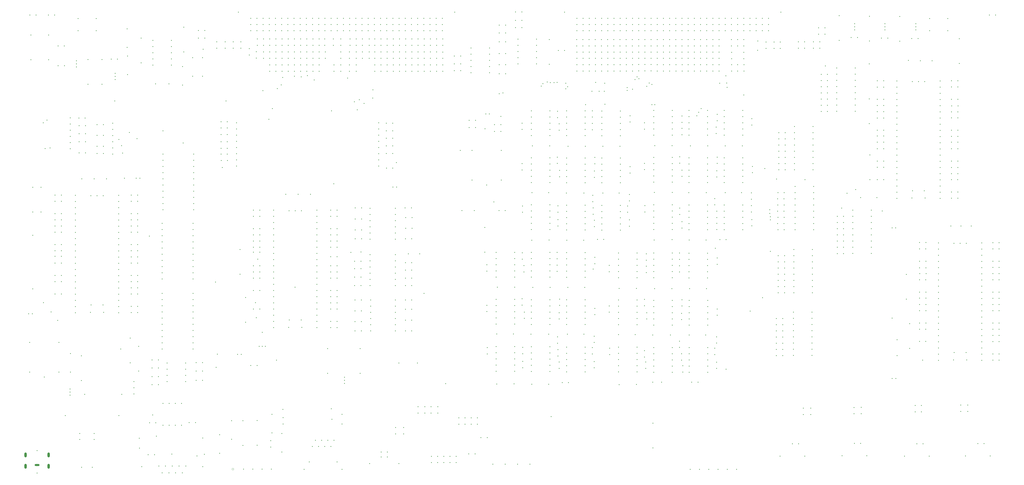
<source format=gbo>
%TF.GenerationSoftware,KiCad,Pcbnew,7.0.5*%
%TF.CreationDate,2023-08-08T11:05:50-04:00*%
%TF.ProjectId,Interconnect,496e7465-7263-46f6-9e6e-6563742e6b69,1.0*%
%TF.SameCoordinates,Original*%
%TF.FileFunction,Legend,Bot*%
%TF.FilePolarity,Positive*%
%FSLAX46Y46*%
G04 Gerber Fmt 4.6, Leading zero omitted, Abs format (unit mm)*
G04 Created by KiCad (PCBNEW 7.0.5) date 2023-08-08 11:05:50*
%MOMM*%
%LPD*%
G01*
G04 APERTURE LIST*
%ADD10C,0.120000*%
%ADD11C,0.350000*%
%ADD12O,1.000000X2.000000*%
%ADD13O,2.005555X0.800000*%
G04 APERTURE END LIST*
D10*
%TO.C,J23*%
X87871100Y3047000D02*
G75*
G03*
X87871100Y3047000I-381000J0D01*
G01*
%TD*%
D11*
X12389400Y135007465D03*
X11119400Y146437465D03*
X42147000Y132911865D03*
X48116000Y138880865D03*
X72753482Y8482000D03*
X194760000Y112830000D03*
X80353000Y79940865D03*
X81160000Y50270000D03*
X120887000Y163010865D03*
X118093000Y164788865D03*
X113010000Y77780000D03*
X115553000Y164280865D03*
X107933000Y164026865D03*
X107408818Y160962683D03*
X105780000Y159450000D03*
X10357400Y134753465D03*
X9538848Y145364913D03*
X44941000Y141420865D03*
X40623000Y138499865D03*
X258555000Y161740865D03*
X278875000Y149675865D03*
X290559000Y159962865D03*
X134603000Y163772865D03*
X260841000Y152798876D03*
X137410000Y154000000D03*
X138640000Y150700000D03*
X224265000Y159327865D03*
X139480000Y154840000D03*
X232393000Y152850865D03*
X141380000Y153330000D03*
X240394000Y152977865D03*
X254364000Y163518865D03*
X259698000Y161105865D03*
X278113000Y148278865D03*
X287511000Y161613865D03*
X217915000Y161867865D03*
X240267000Y161613865D03*
X251697000Y159200865D03*
X257610000Y160330000D03*
X279891000Y151199865D03*
X290432000Y161740865D03*
X259709980Y152798876D03*
X216645000Y162121865D03*
X236584000Y161994865D03*
X145079500Y158920000D03*
X297417000Y156787865D03*
X145000000Y155510000D03*
X252713000Y163137865D03*
X102320000Y146790000D03*
X41390000Y52430000D03*
X128960000Y120330000D03*
X67040000Y137090000D03*
X62454000Y9186000D03*
X55342000Y8932000D03*
X56104000Y16552000D03*
X214232000Y160470865D03*
X214867000Y161486865D03*
X225027000Y160216865D03*
X219439000Y161867865D03*
X224265000Y161613865D03*
X220709000Y161994865D03*
X253602000Y164280865D03*
X235060000Y158309845D03*
X249498469Y159835865D03*
X237981000Y158309845D03*
X308341020Y92525865D03*
X235568000Y85286865D03*
X308085000Y108146865D03*
X306053000Y126561865D03*
X308339000Y106749865D03*
X310879000Y122243865D03*
X308341020Y105479865D03*
X198484000Y157676865D03*
X196960000Y157295865D03*
X322565020Y121989865D03*
X308091167Y109677032D03*
X305164000Y73475865D03*
X290178000Y44138865D03*
X300084000Y68014865D03*
X285733000Y93795865D03*
X240140000Y158309845D03*
X249498469Y158692865D03*
X112759000Y164534865D03*
X83190000Y126980000D03*
X41766000Y135959865D03*
X398383000Y189680865D03*
X400923000Y189680865D03*
X4042000Y189680865D03*
X6582000Y189680865D03*
X228887800Y188334665D03*
X231427800Y188334665D03*
X233967800Y188334665D03*
X236507800Y188334665D03*
X239047800Y188334665D03*
X241587800Y188334665D03*
X244127800Y188334665D03*
X246667800Y188334665D03*
X249207800Y188334665D03*
X251747800Y188334665D03*
X254287800Y188334665D03*
X256827800Y188334665D03*
X259367800Y188334665D03*
X261907800Y188334665D03*
X264447800Y188334665D03*
X266987800Y188334665D03*
X269527800Y188334665D03*
X272067800Y188334665D03*
X274607800Y188334665D03*
X277147800Y188334665D03*
X279687800Y188334665D03*
X282227800Y188334665D03*
X284767800Y188334665D03*
X287307800Y188334665D03*
X289847800Y188334665D03*
X292387800Y188334665D03*
X294927800Y188334665D03*
X297467800Y188334665D03*
X300007800Y188334665D03*
X302547800Y188334665D03*
X305087800Y188334665D03*
X307627800Y188334665D03*
X228887800Y185794665D03*
X231427800Y185794665D03*
X233967800Y185794665D03*
X236507800Y185794665D03*
X239047800Y185794665D03*
X241587800Y185794665D03*
X244127800Y185794665D03*
X246667800Y185794665D03*
X249207800Y185794665D03*
X251747800Y185794665D03*
X254287800Y185794665D03*
X256827800Y185794665D03*
X259367800Y185794665D03*
X261907800Y185794665D03*
X264447800Y185794665D03*
X266987800Y185794665D03*
X269527800Y185794665D03*
X272067800Y185794665D03*
X274607800Y185794665D03*
X277147800Y185794665D03*
X279687800Y185794665D03*
X282227800Y185794665D03*
X284767800Y185794665D03*
X287307800Y185794665D03*
X289847800Y185794665D03*
X292387800Y185794665D03*
X294927800Y185794665D03*
X297467800Y185794665D03*
X300007800Y185794665D03*
X302547800Y185794665D03*
X305087800Y185794665D03*
X307627800Y185794665D03*
X228887800Y183254665D03*
X231427800Y183254665D03*
X233967800Y183254665D03*
X236507800Y183254665D03*
X239047800Y183254665D03*
X241587800Y183254665D03*
X244127800Y183254665D03*
X246667800Y183254665D03*
X249207800Y183254665D03*
X251747800Y183254665D03*
X254287800Y183254665D03*
X256827800Y183254665D03*
X259367800Y183254665D03*
X261907800Y183254665D03*
X264447800Y183254665D03*
X266987800Y183254665D03*
X269527800Y183254665D03*
X272067800Y183254665D03*
X274607800Y183254665D03*
X277147800Y183254665D03*
X279687800Y183254665D03*
X282227800Y183254665D03*
X284767800Y183254665D03*
X287307800Y183254665D03*
X289847800Y183254665D03*
X292387800Y183254665D03*
X294927800Y183254665D03*
X297467800Y183254665D03*
X300007800Y183254665D03*
X302547800Y183254665D03*
X305087800Y183254665D03*
X307627800Y183254665D03*
X223807800Y190874665D03*
X312707800Y190874665D03*
X94852000Y188334665D03*
X97392000Y188334665D03*
X99932000Y188334665D03*
X102472000Y188334665D03*
X105012000Y188334665D03*
X107552000Y188334665D03*
X110092000Y188334665D03*
X112632000Y188334665D03*
X115172000Y188334665D03*
X117712000Y188334665D03*
X120252000Y188334665D03*
X122792000Y188334665D03*
X125332000Y188334665D03*
X127872000Y188334665D03*
X130412000Y188334665D03*
X132952000Y188334665D03*
X135492000Y188334665D03*
X138032000Y188334665D03*
X140572000Y188334665D03*
X143112000Y188334665D03*
X145652000Y188334665D03*
X148192000Y188334665D03*
X150732000Y188334665D03*
X153272000Y188334665D03*
X155812000Y188334665D03*
X158352000Y188334665D03*
X160892000Y188334665D03*
X163432000Y188334665D03*
X165972000Y188334665D03*
X168512000Y188334665D03*
X171052000Y188334665D03*
X173592000Y188334665D03*
X94852000Y185794665D03*
X97392000Y185794665D03*
X99932000Y185794665D03*
X102472000Y185794665D03*
X105012000Y185794665D03*
X107552000Y185794665D03*
X110092000Y185794665D03*
X112632000Y185794665D03*
X115172000Y185794665D03*
X117712000Y185794665D03*
X120252000Y185794665D03*
X122792000Y185794665D03*
X125332000Y185794665D03*
X127872000Y185794665D03*
X130412000Y185794665D03*
X132952000Y185794665D03*
X135492000Y185794665D03*
X138032000Y185794665D03*
X140572000Y185794665D03*
X143112000Y185794665D03*
X145652000Y185794665D03*
X148192000Y185794665D03*
X150732000Y185794665D03*
X153272000Y185794665D03*
X155812000Y185794665D03*
X158352000Y185794665D03*
X160892000Y185794665D03*
X163432000Y185794665D03*
X165972000Y185794665D03*
X168512000Y185794665D03*
X171052000Y185794665D03*
X173592000Y185794665D03*
X94852000Y183254665D03*
X97392000Y183254665D03*
X99932000Y183254665D03*
X102472000Y183254665D03*
X105012000Y183254665D03*
X107552000Y183254665D03*
X110092000Y183254665D03*
X112632000Y183254665D03*
X115172000Y183254665D03*
X117712000Y183254665D03*
X120252000Y183254665D03*
X122792000Y183254665D03*
X125332000Y183254665D03*
X127872000Y183254665D03*
X130412000Y183254665D03*
X132952000Y183254665D03*
X135492000Y183254665D03*
X138032000Y183254665D03*
X140572000Y183254665D03*
X143112000Y183254665D03*
X145652000Y183254665D03*
X148192000Y183254665D03*
X150732000Y183254665D03*
X153272000Y183254665D03*
X155812000Y183254665D03*
X158352000Y183254665D03*
X160892000Y183254665D03*
X163432000Y183254665D03*
X165972000Y183254665D03*
X168512000Y183254665D03*
X171052000Y183254665D03*
X173592000Y183254665D03*
X89772000Y190874665D03*
X178672000Y190874665D03*
X122919000Y169136865D03*
X122919000Y166536865D03*
X169080000Y5742500D03*
X169080000Y8282500D03*
X171620000Y5742500D03*
X171620000Y8282500D03*
X174160000Y5742500D03*
X174160000Y8282500D03*
X176700000Y5742500D03*
X176700000Y8282500D03*
X179240000Y5742500D03*
X179240000Y8282500D03*
X277097000Y176950865D03*
X277097000Y179550865D03*
X372280000Y96160200D03*
X369680000Y96160200D03*
X311880000Y136213865D03*
X314480000Y136213865D03*
X249157000Y166663865D03*
X249157000Y169263865D03*
X161019000Y169136865D03*
X161019000Y166536865D03*
X370929200Y47824000D03*
X155939000Y174470865D03*
X155939000Y171870865D03*
X127730744Y68874121D03*
X130330744Y68874121D03*
X14401000Y80088865D03*
X17001000Y80088865D03*
X84710000Y154360000D03*
X38990000Y154360000D03*
X382832600Y149830400D03*
X385432600Y149830400D03*
X97153744Y65318121D03*
X335659000Y150071865D03*
X335659000Y152611865D03*
X335659000Y155151865D03*
X335659000Y157691865D03*
X335659000Y160231865D03*
X335659000Y162771865D03*
X335659000Y165311865D03*
X335659000Y167851865D03*
X343279000Y167851865D03*
X343279000Y165311865D03*
X343279000Y162771865D03*
X343279000Y160231865D03*
X343279000Y157691865D03*
X343279000Y155151865D03*
X343279000Y152611865D03*
X343279000Y150071865D03*
X235187000Y147710865D03*
X235187000Y150310865D03*
X251697000Y166663865D03*
X251697000Y169263865D03*
X166099000Y179804865D03*
X166099000Y177204865D03*
X361552000Y178885865D03*
X361552000Y189045865D03*
X272015587Y176950865D03*
X272015587Y179550865D03*
X210168000Y120835105D03*
X210168000Y123375105D03*
X210168000Y125915105D03*
X210168000Y128455105D03*
X210168000Y130995105D03*
X217788000Y130995105D03*
X217788000Y128455105D03*
X217788000Y125915105D03*
X217788000Y123375105D03*
X217788000Y120835105D03*
X203661000Y190950865D03*
X206261000Y190950865D03*
X260483300Y42830105D03*
X260483300Y45370105D03*
X260483300Y47910105D03*
X260483300Y50450105D03*
X260483300Y52990105D03*
X268103300Y52990105D03*
X268103300Y50450105D03*
X268103300Y47910105D03*
X268103300Y45370105D03*
X268103300Y42830105D03*
X38083000Y132530865D03*
X38083000Y135070865D03*
X38083000Y137610865D03*
X38083000Y140150865D03*
X38083000Y142690865D03*
X38083000Y145230865D03*
X89010000Y127580000D03*
X89010000Y130120000D03*
X89010000Y132660000D03*
X89010000Y135200000D03*
X89010000Y137740000D03*
X89010000Y140280000D03*
X89010000Y142820000D03*
X89010000Y145360000D03*
X233940190Y171840865D03*
X233940190Y174440865D03*
X224646000Y101350385D03*
X224646000Y103890385D03*
X224646000Y106430385D03*
X224646000Y108970385D03*
X224646000Y111510385D03*
X232266000Y111510385D03*
X232266000Y108970385D03*
X232266000Y106430385D03*
X232266000Y103890385D03*
X232266000Y101350385D03*
X45770000Y102948865D03*
X48370000Y102948865D03*
X45770000Y100399865D03*
X48370000Y100399865D03*
X221598000Y47084865D03*
X221598000Y44484865D03*
X150859000Y169136865D03*
X150859000Y166536865D03*
X321941000Y25511000D03*
X321941000Y28111000D03*
X127730744Y106974121D03*
X130330744Y106974121D03*
X140147278Y88491120D03*
X137547278Y88491120D03*
X399779000Y47824000D03*
X402379000Y47824000D03*
X260028200Y58185065D03*
X365646000Y62810000D03*
X365646000Y52650000D03*
X61210000Y161380000D03*
X140401278Y105827609D03*
X137801278Y105827609D03*
X233894422Y176950865D03*
X233894422Y179550865D03*
X246601477Y176950865D03*
X246601477Y179550865D03*
X23220000Y170820000D03*
X23220000Y169550000D03*
X23220000Y168280000D03*
X206597000Y44738865D03*
X206597000Y47338865D03*
X275460000Y3000000D03*
X279270000Y3000000D03*
X283080000Y3000000D03*
X286890000Y3000000D03*
X290700000Y3000000D03*
X294510000Y3000000D03*
X187211000Y146373865D03*
X184611000Y146373865D03*
X217560000Y179560000D03*
X217560000Y169400000D03*
X100059000Y174470865D03*
X100059000Y171870865D03*
X252789200Y58317545D03*
X102599000Y174470865D03*
X102599000Y171870865D03*
X277101405Y171840865D03*
X277101405Y174440865D03*
X128761000Y179804865D03*
X128761000Y177204865D03*
X34303000Y144611865D03*
X31703000Y144611865D03*
X27960000Y161230000D03*
X27960000Y171390000D03*
X195918600Y58596945D03*
X97138000Y174597865D03*
X97138000Y171997865D03*
X369629200Y60524000D03*
X372229200Y60524000D03*
X54309000Y37788865D03*
X56909000Y37788865D03*
X66785000Y160854000D03*
X66785000Y168474000D03*
X311880000Y141293865D03*
X314480000Y141293865D03*
X399779000Y73224000D03*
X402379000Y73224000D03*
X355435000Y186124865D03*
X355435000Y184854865D03*
X355435000Y183584865D03*
X166099000Y174470865D03*
X166099000Y171870865D03*
X399779000Y70684000D03*
X402379000Y70684000D03*
X94217000Y175867865D03*
X94217000Y173267865D03*
X310849000Y49726865D03*
X313449000Y49726865D03*
X127730744Y63794121D03*
X130330744Y63794121D03*
X354952600Y162632000D03*
X352352600Y162632000D03*
X244060066Y176950865D03*
X244060066Y179550865D03*
X114283000Y116020865D03*
X239505000Y116503465D03*
X37490000Y171550000D03*
X40090000Y171550000D03*
X17001000Y82619865D03*
X14401000Y82619865D03*
X282608800Y135878585D03*
X349040000Y145000000D03*
X349040000Y155160000D03*
X382507000Y102942000D03*
X158405278Y84808120D03*
X161005278Y84808120D03*
X174963600Y38146600D03*
X163559000Y179804865D03*
X163559000Y177204865D03*
X12759200Y67686800D03*
X206485000Y108594865D03*
X206485000Y111194865D03*
X45270000Y56890000D03*
X45270000Y46730000D03*
X117839000Y174470865D03*
X117839000Y171870865D03*
X210295000Y37968105D03*
X187943000Y21502865D03*
X187943000Y24102865D03*
X311469000Y106480865D03*
X314069000Y106480865D03*
X254225710Y176950865D03*
X254225710Y179550865D03*
X399779000Y57984000D03*
X402379000Y57984000D03*
X274946300Y120841385D03*
X274946300Y123381385D03*
X274946300Y125921385D03*
X274946300Y128461385D03*
X274946300Y131001385D03*
X282566300Y131001385D03*
X282566300Y128461385D03*
X282566300Y125921385D03*
X282566300Y123381385D03*
X282566300Y120841385D03*
X180958000Y134054865D03*
X90930401Y50234865D03*
X89430401Y50234865D03*
X260637800Y97230345D03*
X127730744Y84114121D03*
X130330744Y84114121D03*
X67290000Y174490000D03*
X67290000Y184650000D03*
X232316800Y135739825D03*
X140271278Y63662120D03*
X137671278Y63662120D03*
X297417000Y171743865D03*
X297417000Y174343865D03*
X266932765Y176950865D03*
X266932765Y179550865D03*
X286256000Y44425585D03*
X286256000Y47025585D03*
X97743000Y89290865D03*
X271128000Y128799625D03*
X271128000Y131399625D03*
X236203000Y87473585D03*
X236203000Y90073585D03*
X326097830Y178661865D03*
X326097830Y176061865D03*
X365082600Y170988600D03*
X382832600Y124430400D03*
X385432600Y124430400D03*
X107660000Y10060000D03*
X107660000Y17680000D03*
X140401278Y97699609D03*
X137801278Y97699609D03*
X269474176Y176950865D03*
X269474176Y179550865D03*
X105390000Y47860000D03*
X173719000Y179804865D03*
X173719000Y177204865D03*
X235553000Y110370145D03*
X235553000Y107770145D03*
X300592000Y116558865D03*
X300592000Y113958865D03*
X140271278Y68107120D03*
X137671278Y68107120D03*
X189450000Y16000000D03*
X192050000Y16000000D03*
X238977244Y176950865D03*
X238977244Y179550865D03*
X122919000Y179804865D03*
X122919000Y177204865D03*
X352352600Y134692000D03*
X354952600Y134692000D03*
X310849000Y57346865D03*
X313449000Y57346865D03*
X224661000Y43028585D03*
X224661000Y45568585D03*
X224661000Y48108585D03*
X224661000Y50648585D03*
X224661000Y53188585D03*
X232281000Y53188585D03*
X232281000Y50648585D03*
X232281000Y48108585D03*
X232281000Y45568585D03*
X232281000Y43028585D03*
X329264000Y150056865D03*
X331864000Y150056865D03*
X154308278Y59852120D03*
X154308278Y62392120D03*
X154308278Y64932120D03*
X154308278Y67472120D03*
X154308278Y70012120D03*
X154308278Y72552120D03*
X153399000Y169136865D03*
X153399000Y166536865D03*
X127730744Y81574121D03*
X130330744Y81574121D03*
X115299000Y169136865D03*
X115299000Y166536865D03*
X335853000Y96731865D03*
X338453000Y96731865D03*
X249142888Y176950865D03*
X249142888Y179550865D03*
X75823482Y9142000D03*
X55830000Y22080000D03*
X53230000Y22080000D03*
X370442000Y26582865D03*
X370442000Y29182865D03*
X244095770Y171840865D03*
X244095770Y174440865D03*
X119363000Y116020865D03*
X158405278Y81506120D03*
X161005278Y81506120D03*
X210015600Y58464465D03*
X103536000Y17990000D03*
X103536000Y25610000D03*
X171179000Y169136865D03*
X171179000Y166536865D03*
X85220000Y137620000D03*
X82620000Y137620000D03*
X239140600Y101284385D03*
X239140600Y103824385D03*
X239140600Y106364385D03*
X239140600Y108904385D03*
X239140600Y111444385D03*
X246760600Y111444385D03*
X246760600Y108904385D03*
X246760600Y106364385D03*
X246760600Y103824385D03*
X246760600Y101284385D03*
X45770000Y105488865D03*
X48370000Y105488865D03*
X125205000Y179804865D03*
X125205000Y177204865D03*
X58733200Y142083400D03*
X4510000Y171310000D03*
X4510000Y181470000D03*
X364240000Y72870000D03*
X364240000Y83030000D03*
X287257000Y171840865D03*
X287257000Y174440865D03*
X148319000Y169136865D03*
X148319000Y166536865D03*
X335868000Y106891865D03*
X338468000Y106891865D03*
X45770000Y80079865D03*
X48370000Y80079865D03*
X127730744Y86654121D03*
X130330744Y86654121D03*
X168639000Y169136865D03*
X168639000Y166536865D03*
X264406930Y171840865D03*
X264406930Y174440865D03*
X272017000Y125938625D03*
X272017000Y123338625D03*
X140401278Y101382609D03*
X137801278Y101382609D03*
X354952600Y152472000D03*
X352352600Y152472000D03*
X324989000Y25511000D03*
X324989000Y28111000D03*
X231401295Y171840865D03*
X231401295Y174440865D03*
X399779000Y60524000D03*
X402379000Y60524000D03*
X120379000Y174470865D03*
X120379000Y171870865D03*
X158402278Y59852120D03*
X161002278Y59852120D03*
X112759000Y169136865D03*
X112759000Y166536865D03*
X272032000Y70079585D03*
X272032000Y72679585D03*
X132340000Y2939000D03*
X116800000Y2939000D03*
X129015000Y14879000D03*
X127745000Y12339000D03*
X126475000Y14879000D03*
X125205000Y12339000D03*
X123935000Y14879000D03*
X122665000Y12339000D03*
X121395000Y14879000D03*
X120125000Y12339000D03*
X130285000Y5989000D03*
X118855000Y5989000D03*
X287257000Y176950865D03*
X287257000Y179550865D03*
X259317000Y171840865D03*
X259317000Y174440865D03*
X228811600Y176950865D03*
X228811600Y179550865D03*
X45770000Y90239865D03*
X48370000Y90239865D03*
X276043000Y38790865D03*
X278643000Y38790865D03*
X49259000Y122624865D03*
X47759000Y122624865D03*
X196960000Y169233865D03*
X199560000Y169233865D03*
X182863000Y21502865D03*
X182863000Y24102865D03*
X249665000Y108589385D03*
X249665000Y111189385D03*
X286368000Y125684625D03*
X286368000Y123084625D03*
X352352600Y142312000D03*
X354952600Y142312000D03*
X135960000Y92130000D03*
X271016000Y86644105D03*
X271016000Y84044105D03*
X82700000Y129910000D03*
X85300000Y129910000D03*
X105139000Y169136865D03*
X105139000Y166536865D03*
X399779000Y55444000D03*
X402379000Y55444000D03*
X256665000Y70206585D03*
X256665000Y72806585D03*
X286510000Y68869585D03*
X286510000Y66269585D03*
X300973000Y127462625D03*
X300973000Y124862625D03*
X251712455Y171840865D03*
X251712455Y174440865D03*
X228837000Y166663865D03*
X228837000Y169263865D03*
X154777401Y118920000D03*
X153277401Y118920000D03*
X225204800Y135739825D03*
X122919000Y174470865D03*
X122919000Y171870865D03*
X187211000Y143452865D03*
X184611000Y143452865D03*
X117839000Y179804865D03*
X117839000Y177204865D03*
X303132000Y175202865D03*
X185783000Y121800865D03*
X185783000Y134000865D03*
X197783000Y134000865D03*
X197783000Y121800865D03*
X191783000Y119800865D03*
X274969600Y62248345D03*
X274969600Y64788345D03*
X274969600Y67328345D03*
X274969600Y69868345D03*
X274969600Y72408345D03*
X282589600Y72408345D03*
X282589600Y69868345D03*
X282589600Y67328345D03*
X282589600Y64788345D03*
X282589600Y62248345D03*
X382751800Y121966600D03*
X385351800Y121966600D03*
X250681000Y127323865D03*
X250681000Y124723865D03*
X45770000Y92788865D03*
X48370000Y92788865D03*
X82073000Y9608000D03*
X82073000Y17228000D03*
X354313000Y109162865D03*
X260483300Y81666585D03*
X260483300Y84206585D03*
X260483300Y86746585D03*
X260483300Y89286585D03*
X260483300Y91826585D03*
X268103300Y91826585D03*
X268103300Y89286585D03*
X268103300Y86746585D03*
X268103300Y84206585D03*
X268103300Y81666585D03*
X84311000Y178661865D03*
X84311000Y176061865D03*
X286368000Y104094625D03*
X286368000Y101494625D03*
X98580744Y96814121D03*
X95980744Y96814121D03*
X155939000Y179804865D03*
X155939000Y177204865D03*
X20760200Y42947200D03*
X20760200Y50567200D03*
X206358000Y125993865D03*
X206358000Y128593865D03*
X96757000Y71443865D03*
X112759000Y179804865D03*
X112759000Y177204865D03*
X127730744Y109514121D03*
X130330744Y109514121D03*
X195025000Y141801865D03*
X197625000Y141801865D03*
X220836000Y128660865D03*
X220836000Y131260865D03*
X221598000Y67340585D03*
X221598000Y64740585D03*
X242314000Y50140585D03*
X242314000Y52740585D03*
X140110000Y92280000D03*
X261849943Y176950865D03*
X261849943Y179550865D03*
X45770000Y115639865D03*
X48370000Y115639865D03*
X44179000Y165169865D03*
X44179000Y172789865D03*
X223810000Y175080000D03*
X221210000Y175080000D03*
X203661000Y184473865D03*
X206261000Y184473865D03*
X164260000Y91530000D03*
X272023615Y171840865D03*
X272023615Y174440865D03*
X56909000Y44646865D03*
X54309000Y44646865D03*
X15527800Y64156200D03*
X98580744Y109514121D03*
X95980744Y109514121D03*
X18301000Y168852865D03*
X15701000Y168852865D03*
X154275778Y78521120D03*
X154275778Y81061120D03*
X154275778Y83601120D03*
X154275778Y86141120D03*
X154275778Y88681120D03*
X154275778Y91221120D03*
X329264000Y162756865D03*
X331864000Y162756865D03*
X210345800Y97091585D03*
X328151000Y184376865D03*
X328151000Y181776865D03*
X389450000Y26750000D03*
X389450000Y29350000D03*
X120379000Y169136865D03*
X120379000Y166536865D03*
X382883400Y152319600D03*
X385483400Y152319600D03*
X360409000Y49729000D03*
X71149000Y52437365D03*
X71149000Y54977365D03*
X71149000Y57517365D03*
X71149000Y60057365D03*
X71149000Y62597365D03*
X71149000Y65137365D03*
X71149000Y67677365D03*
X71149000Y70217365D03*
X71149000Y72757365D03*
X71149000Y75297365D03*
X207247000Y67594585D03*
X207247000Y64994585D03*
X24297400Y144151465D03*
X26897400Y144151465D03*
X368135000Y186124865D03*
X368135000Y184854865D03*
X368135000Y183584865D03*
X256650000Y145369625D03*
X256650000Y142769625D03*
X210176300Y81915585D03*
X210176300Y84455585D03*
X210176300Y86995585D03*
X210176300Y89535585D03*
X210176300Y92075585D03*
X217796300Y92075585D03*
X217796300Y89535585D03*
X217796300Y86995585D03*
X217796300Y84455585D03*
X217796300Y81915585D03*
X98580744Y76494121D03*
X95980744Y76494121D03*
X221725000Y70328585D03*
X221725000Y72928585D03*
X399779000Y88464000D03*
X402379000Y88464000D03*
X58436000Y1512331D03*
X61206000Y1512331D03*
X63976000Y1512331D03*
X66746000Y1512331D03*
X57051000Y4352331D03*
X59821000Y4352331D03*
X62591000Y4352331D03*
X65361000Y4352331D03*
X68131000Y4352331D03*
X75091000Y4052331D03*
X50091000Y4052331D03*
X382781800Y134666600D03*
X385381800Y134666600D03*
X267902200Y77209665D03*
X275496800Y135878585D03*
X82630000Y132520000D03*
X85230000Y132520000D03*
X171687000Y26074865D03*
X171687000Y28674865D03*
X367930000Y26600000D03*
X367930000Y29200000D03*
X221725000Y125799865D03*
X221725000Y123199865D03*
X330818000Y184376865D03*
X330818000Y181776865D03*
X260143000Y11770865D03*
X260143000Y21930865D03*
X221075000Y102944145D03*
X221075000Y105544145D03*
X369650000Y55571000D03*
X372250000Y55571000D03*
X292337000Y179550865D03*
X292337000Y176950865D03*
X286256000Y57434105D03*
X286256000Y54834105D03*
X206260000Y187480000D03*
X203660000Y187480000D03*
X311880000Y126068865D03*
X314480000Y126068865D03*
X92693000Y73602865D03*
X92693000Y63442865D03*
X115299000Y174470865D03*
X115299000Y171870865D03*
X58733000Y30035000D03*
X61273000Y30035000D03*
X63813000Y30035000D03*
X66353000Y30035000D03*
X135365000Y174470865D03*
X135365000Y171870865D03*
X158405278Y78458120D03*
X161005278Y78458120D03*
X386037600Y169794800D03*
X386037600Y179954800D03*
X14401000Y75008865D03*
X17001000Y75008865D03*
X210168000Y43145105D03*
X210168000Y45685105D03*
X210168000Y48225105D03*
X210168000Y50765105D03*
X210168000Y53305105D03*
X217788000Y53305105D03*
X217788000Y50765105D03*
X217788000Y48225105D03*
X217788000Y45685105D03*
X217788000Y43145105D03*
X348979000Y169617000D03*
X224646000Y81857865D03*
X224646000Y84397865D03*
X224646000Y86937865D03*
X224646000Y89477865D03*
X224646000Y92017865D03*
X232266000Y92017865D03*
X232266000Y89477865D03*
X232266000Y86937865D03*
X232266000Y84397865D03*
X232266000Y81857865D03*
X309863000Y175934865D03*
X309863000Y178534865D03*
X235187000Y50384105D03*
X235187000Y52984105D03*
X352352600Y147315800D03*
X354952600Y147315800D03*
X311357000Y103955865D03*
X313957000Y103955865D03*
X75154000Y15790000D03*
X297544000Y166663865D03*
X297544000Y169263865D03*
X204644500Y169619865D03*
X204644500Y172159865D03*
X204644500Y174699865D03*
X204644500Y177239865D03*
X204644500Y179779865D03*
X212264500Y179779865D03*
X212264500Y177239865D03*
X212264500Y174699865D03*
X212264500Y172159865D03*
X212264500Y169619865D03*
X311611000Y75507865D03*
X314211000Y75507865D03*
X341583000Y180409865D03*
X344183000Y180409865D03*
X29137200Y115368865D03*
X31677200Y115368865D03*
X34217200Y115368865D03*
X22787200Y67338865D03*
X22787200Y69878865D03*
X22787200Y72418865D03*
X22787200Y74958865D03*
X22787200Y77498865D03*
X22787200Y80038865D03*
X22787200Y82578865D03*
X22787200Y85118865D03*
X22787200Y87658865D03*
X22787200Y90198865D03*
X22787200Y92738865D03*
X22787200Y95278865D03*
X22787200Y97818865D03*
X22787200Y100358865D03*
X22787200Y102898865D03*
X22787200Y105438865D03*
X22787200Y107978865D03*
X22787200Y110518865D03*
X22787200Y113058865D03*
X22787200Y115598865D03*
X40567200Y115598865D03*
X40567200Y113058865D03*
X40567200Y110518865D03*
X40567200Y107978865D03*
X40567200Y105438865D03*
X40567200Y102898865D03*
X40567200Y100358865D03*
X40567200Y97818865D03*
X40567200Y95278865D03*
X40567200Y92738865D03*
X40567200Y90198865D03*
X40567200Y87658865D03*
X40567200Y85118865D03*
X40567200Y82578865D03*
X40567200Y80038865D03*
X40567200Y77498865D03*
X40567200Y74958865D03*
X40567200Y72418865D03*
X40567200Y69878865D03*
X40567200Y67338865D03*
X28952200Y67468865D03*
X29252200Y70498865D03*
X34102200Y70498865D03*
X34402200Y67468865D03*
X266945825Y171840865D03*
X266945825Y174440865D03*
X171179000Y179804865D03*
X171179000Y177204865D03*
X284718090Y171840865D03*
X284718090Y174440865D03*
X336660000Y179266865D03*
X336660000Y189426865D03*
X382781800Y147366600D03*
X385381800Y147366600D03*
X87613000Y178661865D03*
X87613000Y176061865D03*
X185403000Y21502865D03*
X185403000Y24102865D03*
X217254600Y58464465D03*
X286495000Y128672625D03*
X286495000Y131272625D03*
X224654300Y120702625D03*
X224654300Y123242625D03*
X224654300Y125782625D03*
X224654300Y128322625D03*
X224654300Y130862625D03*
X232274300Y130862625D03*
X232274300Y128322625D03*
X232274300Y125782625D03*
X232274300Y123242625D03*
X232274300Y120702625D03*
X195690000Y62629825D03*
X195690000Y65169825D03*
X195690000Y67709825D03*
X195690000Y70249825D03*
X195690000Y72789825D03*
X203310000Y72789825D03*
X203310000Y70249825D03*
X203310000Y67709825D03*
X203310000Y65169825D03*
X203310000Y62629825D03*
X24297400Y137547465D03*
X26897400Y137547465D03*
X352352600Y127072000D03*
X354952600Y127072000D03*
X44020000Y176330000D03*
X44020000Y183950000D03*
X195944000Y37973585D03*
X158532278Y106462609D03*
X161132278Y106462609D03*
X337676000Y110305865D03*
X73359000Y180155865D03*
X75959000Y180155865D03*
X254237000Y169293865D03*
X254237000Y166693865D03*
X297459332Y176950865D03*
X297459332Y179550865D03*
X163559000Y169136865D03*
X163559000Y166536865D03*
X56909000Y47948865D03*
X54309000Y47948865D03*
X143856022Y97542865D03*
X143856022Y100082865D03*
X143856022Y102622865D03*
X143856022Y105162865D03*
X143856022Y107702865D03*
X143856022Y110242865D03*
X300592000Y108728145D03*
X300592000Y111328145D03*
X127730744Y99354121D03*
X130330744Y99354121D03*
X85220000Y140510000D03*
X82620000Y140510000D03*
X217457800Y97218585D03*
X220709000Y86893105D03*
X220709000Y84293105D03*
X329264000Y160216865D03*
X331864000Y160216865D03*
X31703000Y132784865D03*
X34303000Y132784865D03*
X250427000Y115888385D03*
X250427000Y113288385D03*
X115299000Y179804865D03*
X115299000Y177204865D03*
X15640000Y176930000D03*
X18240000Y176930000D03*
X25250000Y49580000D03*
X25250000Y39420000D03*
X339835000Y116401865D03*
X232113600Y77692265D03*
X132336480Y25533020D03*
X335853000Y101811865D03*
X338453000Y101811865D03*
X271128000Y107717625D03*
X271128000Y110317625D03*
X311611000Y90747865D03*
X314211000Y90747865D03*
X14401000Y90493865D03*
X17001000Y90493865D03*
X235949000Y47274585D03*
X235949000Y44674585D03*
X286368000Y109047625D03*
X286368000Y106447625D03*
X158402278Y64297120D03*
X161002278Y64297120D03*
X49139000Y11718331D03*
X196960000Y185489865D03*
X199560000Y185489865D03*
X289432600Y140259625D03*
X289432600Y142799625D03*
X289432600Y145339625D03*
X289432600Y147879625D03*
X289432600Y150419625D03*
X297052600Y150419625D03*
X297052600Y147879625D03*
X297052600Y145339625D03*
X297052600Y142799625D03*
X297052600Y140259625D03*
X354952600Y160015800D03*
X352352600Y160015800D03*
X14401000Y100399865D03*
X17001000Y100399865D03*
X268080000Y116774705D03*
X210176300Y62497345D03*
X210176300Y65037345D03*
X210176300Y67577345D03*
X210176300Y70117345D03*
X210176300Y72657345D03*
X217796300Y72657345D03*
X217796300Y70117345D03*
X217796300Y67577345D03*
X217796300Y65037345D03*
X217796300Y62497345D03*
X354952600Y129612000D03*
X352352600Y129612000D03*
X33700000Y161230000D03*
X33700000Y171390000D03*
X343010000Y186124865D03*
X343010000Y184854865D03*
X343010000Y183584865D03*
X274557000Y176950865D03*
X274557000Y179550865D03*
X126400000Y52560000D03*
X126400000Y42400000D03*
X260460000Y101555625D03*
X260460000Y104095625D03*
X260460000Y106635625D03*
X260460000Y109175625D03*
X260460000Y111715625D03*
X268080000Y111715625D03*
X268080000Y109175625D03*
X268080000Y106635625D03*
X268080000Y104095625D03*
X268080000Y101555625D03*
X372229200Y93544000D03*
X369629200Y93544000D03*
X102599000Y179804865D03*
X102599000Y177204865D03*
X185340500Y165936865D03*
X185340500Y168476865D03*
X185340500Y171016865D03*
X185340500Y173556865D03*
X185340500Y176096865D03*
X192960500Y176096865D03*
X192960500Y173556865D03*
X192960500Y171016865D03*
X192960500Y168476865D03*
X192960500Y165936865D03*
X109203000Y116020865D03*
X138159000Y174470865D03*
X138159000Y171870865D03*
X145779000Y174470865D03*
X145779000Y171870865D03*
X181115000Y169614865D03*
X178515000Y169614865D03*
X224696800Y97086105D03*
X285479000Y114249145D03*
X285479000Y111649145D03*
X236203000Y128533865D03*
X236203000Y131133865D03*
X191410000Y149030000D03*
X192910000Y149030000D03*
X97519000Y179804865D03*
X97519000Y177204865D03*
X271016000Y55656105D03*
X271016000Y53056105D03*
X250681000Y145678865D03*
X250681000Y148278865D03*
X203284600Y77824745D03*
X244077000Y166663865D03*
X244077000Y169263865D03*
X335868000Y91636865D03*
X338468000Y91636865D03*
X158278278Y110399609D03*
X160878278Y110399609D03*
X158402278Y68742120D03*
X161002278Y68742120D03*
X284717000Y169263865D03*
X284717000Y166663865D03*
X399779000Y75764000D03*
X402379000Y75764000D03*
X328659000Y178661865D03*
X328659000Y176061865D03*
X289847800Y135883665D03*
X235187000Y145098385D03*
X235187000Y142498385D03*
X272144000Y166663865D03*
X272144000Y169263865D03*
X195690000Y43302105D03*
X195690000Y45842105D03*
X195690000Y48382105D03*
X195690000Y50922105D03*
X195690000Y53462105D03*
X203310000Y53462105D03*
X203310000Y50922105D03*
X203310000Y48382105D03*
X203310000Y45842105D03*
X203310000Y43302105D03*
X98580744Y81574121D03*
X95980744Y81574121D03*
X127999000Y150310865D03*
X127730744Y90360865D03*
X130330744Y90360865D03*
X49060000Y15780000D03*
X369680000Y73300200D03*
X372280000Y73300200D03*
X154690000Y129010000D03*
X158479000Y169136865D03*
X158479000Y166536865D03*
X131809000Y174470865D03*
X131809000Y171870865D03*
X140401278Y110399609D03*
X137801278Y110399609D03*
X261868035Y171840865D03*
X261868035Y174440865D03*
X267267200Y58185065D03*
X342263000Y91651865D03*
X342263000Y94191865D03*
X342263000Y96731865D03*
X342263000Y99271865D03*
X342263000Y101811865D03*
X342263000Y104351865D03*
X342263000Y106891865D03*
X342263000Y109431865D03*
X349883000Y109431865D03*
X349883000Y106891865D03*
X349883000Y104351865D03*
X349883000Y101811865D03*
X349883000Y99271865D03*
X349883000Y96731865D03*
X349883000Y94191865D03*
X349883000Y91651865D03*
X330945000Y168725865D03*
X322436000Y176031865D03*
X322436000Y178631865D03*
X45770000Y67388865D03*
X48370000Y67388865D03*
X75294000Y175586000D03*
X145779000Y169136865D03*
X145779000Y166536865D03*
X58784000Y109670865D03*
X58784000Y112210865D03*
X58784000Y114750865D03*
X58784000Y117290865D03*
X58784000Y119830865D03*
X58784000Y122370865D03*
X58784000Y124910865D03*
X58784000Y127450865D03*
X58784000Y129990865D03*
X58784000Y132530865D03*
X98580744Y94274121D03*
X95980744Y94274121D03*
X103327000Y3047000D03*
X99517000Y3047000D03*
X95707000Y3047000D03*
X91897000Y3047000D03*
X233917000Y166663865D03*
X233917000Y169263865D03*
X382832600Y116886600D03*
X385432600Y116886600D03*
X34303000Y140166865D03*
X31703000Y140166865D03*
X54657500Y169111865D03*
X54657500Y171651865D03*
X54657500Y174191865D03*
X54657500Y176731865D03*
X54657500Y179271865D03*
X62277500Y179271865D03*
X62277500Y176731865D03*
X62277500Y174191865D03*
X62277500Y171651865D03*
X62277500Y169111865D03*
X14401000Y95328865D03*
X17001000Y95328865D03*
X217280000Y116635945D03*
X90460000Y83127865D03*
X90460000Y93287865D03*
X195690000Y81915585D03*
X195690000Y84455585D03*
X195690000Y86995585D03*
X195690000Y89535585D03*
X195690000Y92075585D03*
X203310000Y92075585D03*
X203310000Y89535585D03*
X203310000Y86995585D03*
X203310000Y84455585D03*
X203310000Y81915585D03*
X236203000Y69118585D03*
X236203000Y66518585D03*
X11794000Y181425865D03*
X11794000Y171265865D03*
X274557000Y169263865D03*
X274557000Y166663865D03*
X99551000Y59251865D03*
X236479085Y171840865D03*
X236479085Y174440865D03*
X274953000Y81608865D03*
X274953000Y84148865D03*
X274953000Y86688865D03*
X274953000Y89228865D03*
X274953000Y91768865D03*
X282573000Y91768865D03*
X282573000Y89228865D03*
X282573000Y86688865D03*
X282573000Y84148865D03*
X282573000Y81608865D03*
X17001000Y115648865D03*
X14401000Y115648865D03*
X319874834Y176031865D03*
X319874834Y178631865D03*
X147430000Y127580000D03*
X147430000Y130120000D03*
X147430000Y132660000D03*
X147430000Y135200000D03*
X147430000Y137740000D03*
X147430000Y140280000D03*
X147430000Y142820000D03*
X147430000Y145360000D03*
X369680000Y75764000D03*
X372280000Y75764000D03*
X269604000Y166663865D03*
X269604000Y169263865D03*
X221075000Y52164865D03*
X221075000Y49564865D03*
X72388000Y46829865D03*
X74988000Y46829865D03*
X132336480Y21596020D03*
X143670000Y5337500D03*
X155710000Y5337500D03*
X150940000Y8047500D03*
X148440000Y8047500D03*
X148440000Y10047500D03*
X150940000Y10047500D03*
X112759000Y174470865D03*
X112759000Y171870865D03*
X45770000Y87708865D03*
X48370000Y87708865D03*
X366475000Y180028865D03*
X369075000Y180028865D03*
X289797000Y116642225D03*
X158479000Y179804865D03*
X158479000Y177204865D03*
X250427000Y105479865D03*
X250427000Y102879865D03*
X260483300Y62248345D03*
X260483300Y64788345D03*
X260483300Y67328345D03*
X260483300Y69868345D03*
X260483300Y72408345D03*
X268103300Y72408345D03*
X268103300Y69868345D03*
X268103300Y67328345D03*
X268103300Y64788345D03*
X268103300Y62248345D03*
X98580744Y106974121D03*
X95980744Y106974121D03*
X5291600Y99157400D03*
X5291600Y77157400D03*
X140699000Y179804865D03*
X140699000Y177204865D03*
X238997000Y169263865D03*
X238997000Y166663865D03*
X399779000Y93544000D03*
X402379000Y93544000D03*
X178515000Y172789865D03*
X181115000Y172789865D03*
X245997000Y43000865D03*
X245997000Y45540865D03*
X245997000Y48080865D03*
X245997000Y50620865D03*
X245997000Y53160865D03*
X253617000Y53160865D03*
X253617000Y50620865D03*
X253617000Y48080865D03*
X253617000Y45540865D03*
X253617000Y43000865D03*
X143493000Y174470865D03*
X143493000Y171870865D03*
X80882000Y178661865D03*
X80882000Y176061865D03*
X246617000Y166663865D03*
X246617000Y169263865D03*
X354952600Y155012000D03*
X352352600Y155012000D03*
X286510000Y87224585D03*
X286510000Y89824585D03*
X220709000Y89505585D03*
X220709000Y92105585D03*
X100059000Y179804865D03*
X100059000Y177204865D03*
X279637000Y176950865D03*
X279637000Y179550865D03*
X275014200Y58185065D03*
X382832600Y142286600D03*
X385432600Y142286600D03*
X195025000Y144595865D03*
X197625000Y144595865D03*
X239124000Y140063145D03*
X239124000Y142603145D03*
X239124000Y145143145D03*
X239124000Y147683145D03*
X239124000Y150223145D03*
X246744000Y150223145D03*
X246744000Y147683145D03*
X246744000Y145143145D03*
X246744000Y142603145D03*
X246744000Y140063145D03*
X220948000Y57371865D03*
X220948000Y54771865D03*
X369629200Y80844000D03*
X372229200Y80844000D03*
X300719000Y147038865D03*
X300719000Y144438865D03*
X269484720Y171840865D03*
X269484720Y174440865D03*
X34303000Y135721865D03*
X31703000Y135721865D03*
X210168000Y140120865D03*
X210168000Y142660865D03*
X210168000Y145200865D03*
X210168000Y147740865D03*
X210168000Y150280865D03*
X217788000Y150280865D03*
X217788000Y147740865D03*
X217788000Y145200865D03*
X217788000Y142660865D03*
X217788000Y140120865D03*
X210599800Y135872305D03*
X202776600Y58596945D03*
X241556875Y171840865D03*
X241556875Y174440865D03*
X236076000Y125545865D03*
X236076000Y122945865D03*
X110219000Y174470865D03*
X110219000Y171870865D03*
X311357000Y109035865D03*
X313957000Y109035865D03*
X125459000Y174470865D03*
X125459000Y171870865D03*
X271905000Y67091585D03*
X271905000Y64491585D03*
X140147278Y78458120D03*
X137547278Y78458120D03*
X373620000Y8370000D03*
X363460000Y8370000D03*
X371080000Y13450000D03*
X368540000Y13450000D03*
X153175000Y135890000D03*
X150575000Y135890000D03*
X382781800Y114346600D03*
X385381800Y114346600D03*
X71359000Y109670865D03*
X71359000Y112210865D03*
X71359000Y114750865D03*
X71359000Y117290865D03*
X71359000Y119830865D03*
X71359000Y122370865D03*
X71359000Y124910865D03*
X71359000Y127450865D03*
X71359000Y129990865D03*
X71359000Y132530865D03*
X206358000Y145230865D03*
X206358000Y142630865D03*
X168639000Y179834865D03*
X168639000Y177234865D03*
X161019000Y174470865D03*
X161019000Y171870865D03*
X245997000Y62380825D03*
X245997000Y64920825D03*
X245997000Y67460825D03*
X245997000Y70000825D03*
X245997000Y72540825D03*
X253617000Y72540825D03*
X253617000Y70000825D03*
X253617000Y67460825D03*
X253617000Y64920825D03*
X253617000Y62380825D03*
X343391000Y117928000D03*
X335868000Y104351865D03*
X338468000Y104351865D03*
X256665000Y49124585D03*
X256665000Y51724585D03*
X239124000Y120714385D03*
X239124000Y123254385D03*
X239124000Y125794385D03*
X239124000Y128334385D03*
X239124000Y130874385D03*
X246744000Y130874385D03*
X246744000Y128334385D03*
X246744000Y125794385D03*
X246744000Y123254385D03*
X246744000Y120714385D03*
X311880000Y131133865D03*
X314480000Y131133865D03*
X310849000Y64966865D03*
X313449000Y64966865D03*
X191118000Y142944865D03*
X294877000Y166663865D03*
X294877000Y169263865D03*
X203056000Y38100585D03*
X184423000Y9340865D03*
X187023000Y9340865D03*
X382832600Y137384400D03*
X385432600Y137384400D03*
X199560000Y165550865D03*
X196960000Y165550865D03*
X352352600Y137409800D03*
X354952600Y137409800D03*
X241518655Y176950865D03*
X241518655Y179550865D03*
X260891800Y136011065D03*
X282179195Y171840865D03*
X282179195Y174440865D03*
X199560000Y182314865D03*
X196960000Y182314865D03*
X69530000Y22190000D03*
X72130000Y22190000D03*
X140147278Y81950120D03*
X137547278Y81950120D03*
X140271278Y72552120D03*
X137671278Y72552120D03*
X254251350Y171840865D03*
X254251350Y174440865D03*
X399779000Y50364000D03*
X402379000Y50364000D03*
X58449000Y52437365D03*
X58449000Y54977365D03*
X58449000Y57517365D03*
X58449000Y60057365D03*
X58449000Y62597365D03*
X58449000Y65137365D03*
X58449000Y67677365D03*
X58449000Y70217365D03*
X58449000Y72757365D03*
X58449000Y75297365D03*
X95980744Y86654121D03*
X98580744Y86654121D03*
X210777600Y77692265D03*
X260460000Y120973865D03*
X260460000Y123513865D03*
X260460000Y126053865D03*
X260460000Y128593865D03*
X260460000Y131133865D03*
X268080000Y131133865D03*
X268080000Y128593865D03*
X268080000Y126053865D03*
X268080000Y123513865D03*
X268080000Y120973865D03*
X5088400Y66924800D03*
X3588400Y66924800D03*
X25383000Y122370865D03*
X138159000Y179804865D03*
X138159000Y177204865D03*
X246185200Y77342145D03*
X20607800Y36013000D03*
X20607800Y34743000D03*
X20607800Y33473000D03*
X41800000Y33800000D03*
X26560000Y33800000D03*
X107679000Y174470865D03*
X107679000Y171870865D03*
X281973800Y97224865D03*
X107679000Y179804865D03*
X107679000Y177204865D03*
X277097000Y166663865D03*
X277097000Y169263865D03*
X382832600Y162606600D03*
X385432600Y162606600D03*
X347960000Y8520000D03*
X337800000Y8520000D03*
X345420000Y13600000D03*
X342880000Y13600000D03*
X354029000Y180155865D03*
X356629000Y180155865D03*
X286495000Y148816865D03*
X286495000Y146216865D03*
X257554000Y67345585D03*
X257554000Y64745585D03*
X127730744Y76494121D03*
X130330744Y76494121D03*
X97440000Y12910000D03*
X97440000Y23070000D03*
X281745200Y58185065D03*
X48810000Y53520000D03*
X48810000Y43360000D03*
X285494000Y50135105D03*
X285494000Y52735105D03*
X311880000Y128608865D03*
X314480000Y128608865D03*
X45770000Y75008865D03*
X48370000Y75008865D03*
X72388000Y43376865D03*
X74988000Y43376865D03*
X256650000Y126132625D03*
X256650000Y128732625D03*
X236457000Y166663865D03*
X236457000Y169263865D03*
X24200400Y147326465D03*
X26800400Y147326465D03*
X153210000Y126780000D03*
X150610000Y126780000D03*
X399779000Y83384000D03*
X402379000Y83384000D03*
X300719000Y103018625D03*
X300719000Y105618625D03*
X260714000Y116774705D03*
X335868000Y94191865D03*
X338468000Y94191865D03*
X311611000Y78047865D03*
X314211000Y78047865D03*
X271905000Y50454585D03*
X271905000Y47854585D03*
X369680000Y70684000D03*
X372280000Y70684000D03*
X220948000Y147521145D03*
X220948000Y150121145D03*
X91598000Y12783000D03*
X91598000Y22943000D03*
X221583000Y144914145D03*
X221583000Y142314145D03*
X306561000Y175934865D03*
X306561000Y178534865D03*
X296528000Y116642225D03*
X14202000Y189680865D03*
X11662000Y189680865D03*
X284717000Y176950865D03*
X284717000Y179550865D03*
X30480000Y15220000D03*
X30480000Y17720000D03*
X24580000Y15220000D03*
X24580000Y17720000D03*
X25330000Y3820000D03*
X29730000Y3820000D03*
X322530000Y8380000D03*
X312370000Y8380000D03*
X319990000Y13460000D03*
X317450000Y13460000D03*
X268003800Y136011065D03*
X42909000Y122624865D03*
X260790200Y77209665D03*
X180323000Y21502865D03*
X180323000Y24102865D03*
X171179000Y174470865D03*
X171179000Y171870865D03*
X35543000Y122370865D03*
X31352000Y183180000D03*
X23862000Y183180000D03*
X23862000Y188180000D03*
X31352000Y188180000D03*
X345423000Y114626000D03*
X359877000Y102180000D03*
X358377000Y102180000D03*
X274946300Y140259625D03*
X274946300Y142799625D03*
X274946300Y145339625D03*
X274946300Y147879625D03*
X274946300Y150419625D03*
X282566300Y150419625D03*
X282566300Y147879625D03*
X282566300Y145339625D03*
X282566300Y142799625D03*
X282566300Y140259625D03*
X272017000Y104729625D03*
X272017000Y102129625D03*
X192007000Y50389585D03*
X192007000Y52989585D03*
X311469000Y116640865D03*
X314069000Y116640865D03*
X98580744Y84114121D03*
X95980744Y84114121D03*
X231681800Y97086105D03*
X259317000Y166693865D03*
X259317000Y169293865D03*
X58471500Y81213865D03*
X58471500Y83753865D03*
X58471500Y86293865D03*
X58471500Y88833865D03*
X58471500Y91373865D03*
X58471500Y93913865D03*
X58471500Y96453865D03*
X58471500Y98993865D03*
X58471500Y101533865D03*
X58471500Y104073865D03*
X166073600Y75256000D03*
X311880000Y133688865D03*
X314480000Y133688865D03*
D12*
X11820000Y8900000D03*
X2320000Y8900000D03*
X11820000Y4200000D03*
X2320000Y4200000D03*
D13*
X7070000Y4700000D03*
D11*
X7070000Y10700000D03*
X7070000Y1450000D03*
X9660400Y71471400D03*
X287257000Y169263865D03*
X287257000Y166663865D03*
X150859000Y179834865D03*
X150859000Y177234865D03*
X17001000Y105488865D03*
X14401000Y105488865D03*
X369680000Y68144000D03*
X372280000Y68144000D03*
X399779000Y80844000D03*
X402379000Y80844000D03*
X256777000Y169293865D03*
X256777000Y166693865D03*
X49767000Y180155865D03*
X49767000Y169995865D03*
X372280000Y63064000D03*
X369680000Y63064000D03*
X95980744Y92180000D03*
X98580744Y92180000D03*
X14401000Y87699865D03*
X17001000Y87699865D03*
X231377000Y166663865D03*
X231377000Y169263865D03*
X3990600Y42915200D03*
X3990600Y55115200D03*
X15990600Y55115200D03*
X15990600Y42915200D03*
X9990600Y40915200D03*
X72388000Y39566865D03*
X74988000Y39566865D03*
X366682400Y162326600D03*
X369222400Y162326600D03*
X371762400Y162326600D03*
X360332400Y114296600D03*
X360332400Y116836600D03*
X360332400Y119376600D03*
X360332400Y121916600D03*
X360332400Y124456600D03*
X360332400Y126996600D03*
X360332400Y129536600D03*
X360332400Y132076600D03*
X360332400Y134616600D03*
X360332400Y137156600D03*
X360332400Y139696600D03*
X360332400Y142236600D03*
X360332400Y144776600D03*
X360332400Y147316600D03*
X360332400Y149856600D03*
X360332400Y152396600D03*
X360332400Y154936600D03*
X360332400Y157476600D03*
X360332400Y160016600D03*
X360332400Y162556600D03*
X378112400Y162556600D03*
X378112400Y160016600D03*
X378112400Y157476600D03*
X378112400Y154936600D03*
X378112400Y152396600D03*
X378112400Y149856600D03*
X378112400Y147316600D03*
X378112400Y144776600D03*
X378112400Y142236600D03*
X378112400Y139696600D03*
X378112400Y137156600D03*
X378112400Y134616600D03*
X378112400Y132076600D03*
X378112400Y129536600D03*
X378112400Y126996600D03*
X378112400Y124456600D03*
X378112400Y121916600D03*
X378112400Y119376600D03*
X378112400Y116836600D03*
X378112400Y114296600D03*
X366497400Y114426600D03*
X366797400Y117456600D03*
X371647400Y117456600D03*
X371947400Y114426600D03*
X166353000Y26074865D03*
X166353000Y28674865D03*
X329264000Y152596865D03*
X331864000Y152596865D03*
X45770000Y82619865D03*
X48370000Y82619865D03*
X110219000Y169136865D03*
X110219000Y166536865D03*
X224519000Y116503465D03*
X99870000Y158550000D03*
X264397000Y166663865D03*
X264397000Y169263865D03*
X246236000Y116503465D03*
X52663482Y8952000D03*
X329264000Y157676865D03*
X331864000Y157676865D03*
X272017000Y145563625D03*
X272017000Y148163625D03*
X158402278Y72552120D03*
X161002278Y72552120D03*
X120379000Y179804865D03*
X120379000Y177204865D03*
X399779000Y63064000D03*
X402379000Y63064000D03*
X45770000Y95319865D03*
X48370000Y95319865D03*
X196960000Y178631865D03*
X199560000Y178631865D03*
X102599000Y169136865D03*
X102599000Y166536865D03*
X311611000Y83127865D03*
X314211000Y83127865D03*
X153399000Y174470865D03*
X153399000Y171870865D03*
X159578278Y91539120D03*
X140699000Y174470865D03*
X140699000Y171870865D03*
X191880000Y87025585D03*
X191880000Y84425585D03*
X26897400Y132975465D03*
X24297400Y132975465D03*
X127730744Y94274121D03*
X130330744Y94274121D03*
X206470000Y91915865D03*
X206470000Y89315865D03*
X335868000Y99271865D03*
X338468000Y99271865D03*
X153175000Y132750000D03*
X150575000Y132750000D03*
X374861600Y170861600D03*
X196172600Y77824745D03*
X266937000Y166663865D03*
X266937000Y169263865D03*
X8669800Y108733200D03*
X8669800Y118893200D03*
X390889000Y102942000D03*
X382832600Y154986600D03*
X385432600Y154986600D03*
X242187000Y67539585D03*
X242187000Y70139585D03*
X225128600Y77697345D03*
X143493000Y179804865D03*
X143493000Y177204865D03*
X303180000Y178990000D03*
X143861778Y78521120D03*
X143861778Y81061120D03*
X143861778Y83601120D03*
X143861778Y86141120D03*
X143861778Y88681120D03*
X143861778Y91221120D03*
X60425000Y39068865D03*
X60425000Y41608865D03*
X60425000Y44148865D03*
X60425000Y46688865D03*
X68045000Y46688865D03*
X68045000Y44148865D03*
X68045000Y41608865D03*
X68045000Y39068865D03*
X209580000Y5060000D03*
X204500000Y5060000D03*
X199420000Y5060000D03*
X194340000Y5060000D03*
X271016000Y89256585D03*
X271016000Y91856585D03*
X108070000Y27560000D03*
X181593000Y109289865D03*
X186673000Y109289865D03*
X196833000Y109289865D03*
X199373000Y109289865D03*
X382832600Y126970400D03*
X385432600Y126970400D03*
X386636000Y26750000D03*
X386636000Y29350000D03*
X245997000Y81666585D03*
X245997000Y84206585D03*
X245997000Y86746585D03*
X245997000Y89286585D03*
X245997000Y91826585D03*
X253617000Y91826585D03*
X253617000Y89286585D03*
X253617000Y86746585D03*
X253617000Y84206585D03*
X253617000Y81666585D03*
X30463000Y122370865D03*
X256777000Y108733625D03*
X256777000Y111333625D03*
X311469000Y101400865D03*
X314069000Y101400865D03*
X127960480Y27842020D03*
X154270022Y97542865D03*
X154270022Y100082865D03*
X154270022Y102622865D03*
X154270022Y105162865D03*
X154270022Y107702865D03*
X154270022Y110242865D03*
X80577200Y44903000D03*
X217280000Y37968105D03*
X382832600Y129586600D03*
X385432600Y129586600D03*
X14401000Y92788865D03*
X17001000Y92788865D03*
X224654300Y140120865D03*
X224654300Y142660865D03*
X224654300Y145200865D03*
X224654300Y147740865D03*
X224654300Y150280865D03*
X232274300Y150280865D03*
X232274300Y147740865D03*
X232274300Y145200865D03*
X232274300Y142660865D03*
X232274300Y140120865D03*
X71171500Y81218865D03*
X71171500Y83758865D03*
X71171500Y86298865D03*
X71171500Y88838865D03*
X71171500Y91378865D03*
X71171500Y93918865D03*
X71171500Y96458865D03*
X71171500Y98998865D03*
X71171500Y101538865D03*
X71171500Y104078865D03*
X73359000Y183330865D03*
X75959000Y183330865D03*
X257132600Y47039065D03*
X257132600Y44439065D03*
X94830000Y45620000D03*
X97430000Y45620000D03*
X90788000Y178661865D03*
X90788000Y176061865D03*
X5266200Y108733200D03*
X5266200Y118893200D03*
X53150000Y98830000D03*
X148319000Y174470865D03*
X148319000Y171870865D03*
X383802000Y95804000D03*
X386342000Y95804000D03*
X388882000Y95804000D03*
X377452000Y47774000D03*
X377452000Y50314000D03*
X377452000Y52854000D03*
X377452000Y55394000D03*
X377452000Y57934000D03*
X377452000Y60474000D03*
X377452000Y63014000D03*
X377452000Y65554000D03*
X377452000Y68094000D03*
X377452000Y70634000D03*
X377452000Y73174000D03*
X377452000Y75714000D03*
X377452000Y78254000D03*
X377452000Y80794000D03*
X377452000Y83334000D03*
X377452000Y85874000D03*
X377452000Y88414000D03*
X377452000Y90954000D03*
X377452000Y93494000D03*
X377452000Y96034000D03*
X395232000Y96034000D03*
X395232000Y93494000D03*
X395232000Y90954000D03*
X395232000Y88414000D03*
X395232000Y85874000D03*
X395232000Y83334000D03*
X395232000Y80794000D03*
X395232000Y78254000D03*
X395232000Y75714000D03*
X395232000Y73174000D03*
X395232000Y70634000D03*
X395232000Y68094000D03*
X395232000Y65554000D03*
X395232000Y63014000D03*
X395232000Y60474000D03*
X395232000Y57934000D03*
X395232000Y55394000D03*
X395232000Y52854000D03*
X395232000Y50314000D03*
X395232000Y47774000D03*
X383617000Y47904000D03*
X383917000Y50934000D03*
X388767000Y50934000D03*
X389067000Y47904000D03*
X138159000Y169136865D03*
X138159000Y166536865D03*
X218310000Y24630000D03*
X75040000Y164534865D03*
X75040000Y172154865D03*
X296832800Y135878585D03*
X251684299Y176950865D03*
X251684299Y179550865D03*
X349240000Y132200000D03*
X349240000Y122040000D03*
X239555800Y135744905D03*
X18630000Y25076750D03*
X40630000Y25076750D03*
X155939000Y169136865D03*
X155939000Y166536865D03*
X158405278Y87856120D03*
X161005278Y87856120D03*
X352352600Y149932000D03*
X354952600Y149932000D03*
X257412000Y86459865D03*
X257412000Y83859865D03*
X282177000Y166663865D03*
X282177000Y169263865D03*
X329264000Y165296865D03*
X331864000Y165296865D03*
X311439000Y111560865D03*
X314039000Y111560865D03*
X105139000Y179804865D03*
X105139000Y177204865D03*
X173719000Y169136865D03*
X173719000Y166536865D03*
X20644400Y147407715D03*
X20644400Y144867715D03*
X20644400Y142327715D03*
X20644400Y139787715D03*
X20644400Y137247715D03*
X20644400Y134707715D03*
X372280000Y88464000D03*
X369680000Y88464000D03*
X153399000Y179804865D03*
X153399000Y177204865D03*
X317879000Y49741865D03*
X317879000Y52281865D03*
X317879000Y54821865D03*
X317879000Y57361865D03*
X317879000Y59901865D03*
X317879000Y62441865D03*
X317879000Y64981865D03*
X317879000Y67521865D03*
X325499000Y67521865D03*
X325499000Y64981865D03*
X325499000Y62441865D03*
X325499000Y59901865D03*
X325499000Y57361865D03*
X325499000Y54821865D03*
X325499000Y52281865D03*
X325499000Y49741865D03*
X45770000Y77539865D03*
X48370000Y77539865D03*
X318260000Y126068865D03*
X318260000Y128608865D03*
X318260000Y131148865D03*
X318260000Y133688865D03*
X318260000Y136228865D03*
X318260000Y138768865D03*
X318260000Y141308865D03*
X318260000Y143848865D03*
X325880000Y143848865D03*
X325880000Y141308865D03*
X325880000Y138768865D03*
X325880000Y136228865D03*
X325880000Y133688865D03*
X325880000Y131148865D03*
X325880000Y128608865D03*
X325880000Y126068865D03*
X157622000Y20160000D03*
X157622000Y17560000D03*
X241537000Y169263865D03*
X241537000Y166663865D03*
X145779000Y179804865D03*
X145779000Y177204865D03*
X369747000Y83384000D03*
X372347000Y83384000D03*
X70976000Y164534865D03*
X70976000Y172154865D03*
X311357000Y114115865D03*
X313957000Y114115865D03*
X246634665Y171840865D03*
X246634665Y174440865D03*
X140147278Y85443120D03*
X137547278Y85443120D03*
X329264000Y155136865D03*
X331864000Y155136865D03*
X358377000Y65096000D03*
X318499000Y101415865D03*
X318499000Y103955865D03*
X318499000Y106495865D03*
X318499000Y109035865D03*
X318499000Y111575865D03*
X318499000Y114115865D03*
X318499000Y116655865D03*
X318499000Y119195865D03*
X326119000Y119195865D03*
X326119000Y116655865D03*
X326119000Y114115865D03*
X326119000Y111575865D03*
X326119000Y109035865D03*
X326119000Y106495865D03*
X326119000Y103955865D03*
X326119000Y101415865D03*
X95980744Y68874121D03*
X98580744Y68874121D03*
X86970000Y15360000D03*
X86970000Y22980000D03*
X135365000Y169136865D03*
X135365000Y166536865D03*
X352352600Y139949800D03*
X354952600Y139949800D03*
X139810000Y52560000D03*
X139810000Y42400000D03*
X310849000Y59886865D03*
X313449000Y59886865D03*
X261857000Y166663865D03*
X261857000Y169263865D03*
X85220000Y145810000D03*
X82620000Y145810000D03*
X105139000Y174470865D03*
X105139000Y171870865D03*
X253363000Y37851585D03*
X163559000Y174470865D03*
X163559000Y171870865D03*
X117839000Y169136865D03*
X117839000Y166536865D03*
X311611000Y88207865D03*
X314211000Y88207865D03*
X158532278Y102017609D03*
X161132278Y102017609D03*
X206597000Y50453865D03*
X206597000Y53053865D03*
X342756000Y25790865D03*
X342756000Y28390865D03*
X178515000Y166820865D03*
X181115000Y166820865D03*
X235426000Y115577145D03*
X235426000Y112977145D03*
X345677000Y25820865D03*
X345677000Y28420865D03*
X17001000Y108028865D03*
X14401000Y108028865D03*
X372280000Y85746200D03*
X369680000Y85746200D03*
X256790245Y171840865D03*
X256790245Y174440865D03*
X173719000Y174440865D03*
X173719000Y171840865D03*
X161019000Y179804865D03*
X161019000Y177204865D03*
X127730744Y71414121D03*
X130330744Y71414121D03*
X24297400Y140849465D03*
X26897400Y140849465D03*
X131809000Y169136865D03*
X131809000Y166536865D03*
X312403000Y175934865D03*
X312403000Y178534865D03*
X253297200Y77342145D03*
X231758000Y116503465D03*
X279640300Y171840865D03*
X279640300Y174440865D03*
X399779000Y85924000D03*
X402379000Y85924000D03*
X222838000Y38578585D03*
X225438000Y38578585D03*
X242187000Y86776585D03*
X242187000Y84176585D03*
X14401000Y102939865D03*
X17001000Y102939865D03*
X318006000Y75522865D03*
X318006000Y78062865D03*
X318006000Y80602865D03*
X318006000Y83142865D03*
X318006000Y85682865D03*
X318006000Y88222865D03*
X318006000Y90762865D03*
X318006000Y93302865D03*
X325626000Y93302865D03*
X325626000Y90762865D03*
X325626000Y88222865D03*
X325626000Y85682865D03*
X325626000Y83142865D03*
X325626000Y80602865D03*
X325626000Y78062865D03*
X325626000Y75522865D03*
X370035600Y170861600D03*
X45770000Y113099865D03*
X48370000Y113099865D03*
X274946300Y101423145D03*
X274946300Y103963145D03*
X274946300Y106503145D03*
X274946300Y109043145D03*
X274946300Y111583145D03*
X282566300Y111583145D03*
X282566300Y109043145D03*
X282566300Y106503145D03*
X282566300Y103963145D03*
X282566300Y101423145D03*
X127730744Y96814121D03*
X130330744Y96814121D03*
X236076000Y105290145D03*
X236076000Y102690145D03*
X292464000Y169263865D03*
X292464000Y166663865D03*
X352352600Y121992000D03*
X354952600Y121992000D03*
X131809000Y179804865D03*
X131809000Y177204865D03*
X150859000Y174470865D03*
X150859000Y171870865D03*
X274988800Y97224865D03*
X197595000Y148024865D03*
X98580744Y101894121D03*
X95980744Y101894121D03*
X129015000Y169136865D03*
X129015000Y166536865D03*
X231353011Y176950865D03*
X231353011Y179550865D03*
X289432600Y120841385D03*
X289432600Y123381385D03*
X289432600Y125921385D03*
X289432600Y128461385D03*
X289432600Y131001385D03*
X297052600Y131001385D03*
X297052600Y128461385D03*
X297052600Y125921385D03*
X297052600Y123381385D03*
X297052600Y120841385D03*
X382781800Y160066600D03*
X385381800Y160066600D03*
X352128600Y114600600D03*
X272017000Y143083625D03*
X272017000Y140483625D03*
X381287800Y183180000D03*
X373797800Y183180000D03*
X373797800Y188180000D03*
X381287800Y188180000D03*
X85220000Y134890000D03*
X82620000Y134890000D03*
X103076000Y12122000D03*
X103076000Y14722000D03*
X39140000Y165670000D03*
X39140000Y164400000D03*
X39140000Y163130000D03*
X294898166Y176950865D03*
X294898166Y179550865D03*
X217889600Y77692265D03*
X236435833Y176950865D03*
X236435833Y179550865D03*
X85220000Y143250000D03*
X82620000Y143250000D03*
X245931200Y58317545D03*
X107679000Y169136865D03*
X107679000Y166536865D03*
X311880000Y138768865D03*
X314480000Y138768865D03*
X163559000Y26074865D03*
X163559000Y28674865D03*
X257412000Y91539865D03*
X257412000Y88939865D03*
X310849000Y52266865D03*
X313449000Y52266865D03*
X237316000Y97448865D03*
X239916000Y97448865D03*
X274562510Y171840865D03*
X274562510Y174440865D03*
X282126200Y77209665D03*
X191880000Y67788585D03*
X191880000Y70388585D03*
X103742000Y151199865D03*
X259308532Y176950865D03*
X259308532Y179550865D03*
X290051000Y164661865D03*
X144148278Y59852120D03*
X144148278Y62392120D03*
X144148278Y64932120D03*
X144148278Y67472120D03*
X144148278Y70012120D03*
X144148278Y72552120D03*
X168893000Y26074865D03*
X168893000Y28674865D03*
X45770000Y108019865D03*
X48370000Y108019865D03*
X155695000Y46678865D03*
X163295000Y46678865D03*
X46840000Y33930000D03*
X46840000Y36470000D03*
X46840000Y39010000D03*
X399779000Y96084000D03*
X402379000Y96084000D03*
X210422000Y116635945D03*
X286114000Y143609865D03*
X286114000Y141009865D03*
X274969600Y42830105D03*
X274969600Y45370105D03*
X274969600Y47910105D03*
X274969600Y50450105D03*
X274969600Y52990105D03*
X282589600Y52990105D03*
X282589600Y50450105D03*
X282589600Y47910105D03*
X282589600Y45370105D03*
X282589600Y42830105D03*
X148319000Y179804865D03*
X148319000Y177204865D03*
X56909000Y41090865D03*
X54309000Y41090865D03*
X207105000Y86708865D03*
X207105000Y84108865D03*
X127730744Y73954121D03*
X130330744Y73954121D03*
X260460000Y140259625D03*
X260460000Y142799625D03*
X260460000Y145339625D03*
X260460000Y147879625D03*
X260460000Y150419625D03*
X268080000Y150419625D03*
X268080000Y147879625D03*
X268080000Y145339625D03*
X268080000Y142799625D03*
X268080000Y140259625D03*
X382781800Y139746600D03*
X385381800Y139746600D03*
X168639000Y174470865D03*
X168639000Y171870865D03*
X153175000Y142070000D03*
X150575000Y142070000D03*
X55700000Y161380000D03*
X263685800Y38804865D03*
X98281000Y53536865D03*
X99551000Y53536865D03*
X100821000Y53536865D03*
X289432600Y101423145D03*
X289432600Y103963145D03*
X289432600Y106503145D03*
X289432600Y109043145D03*
X289432600Y111583145D03*
X297052600Y111583145D03*
X297052600Y109043145D03*
X297052600Y106503145D03*
X297052600Y103963145D03*
X297052600Y101423145D03*
X191010000Y92200000D03*
X191010000Y102360000D03*
X110219000Y179804865D03*
X110219000Y177204865D03*
X154320000Y20160000D03*
X154320000Y17560000D03*
X360409000Y56206000D03*
X268003800Y97357345D03*
X98580744Y99354121D03*
X95980744Y99354121D03*
X310849000Y62426865D03*
X313449000Y62426865D03*
X128214480Y23524020D03*
X127730744Y101894121D03*
X130330744Y101894121D03*
X282177000Y176950865D03*
X282177000Y179550865D03*
X274811000Y116642225D03*
X272347200Y45540465D03*
X272347200Y42940465D03*
X264391354Y176950865D03*
X264391354Y179550865D03*
X256767121Y176950865D03*
X256767121Y179550865D03*
X206358000Y70455585D03*
X206358000Y73055585D03*
X282050000Y116642225D03*
X310849000Y54806865D03*
X313449000Y54806865D03*
X133333000Y40836865D03*
X133333000Y39566865D03*
X133333000Y38296865D03*
X246540800Y135739825D03*
X135619000Y179804865D03*
X135619000Y177204865D03*
X349106000Y179012865D03*
X349106000Y189172865D03*
X249173560Y171840865D03*
X249173560Y174440865D03*
X239017980Y171840865D03*
X239017980Y174440865D03*
X399779000Y68144000D03*
X402379000Y68144000D03*
X358401000Y40328865D03*
X359901000Y40328865D03*
X153175000Y138980000D03*
X150575000Y138980000D03*
X217711800Y135872305D03*
X228862400Y171840865D03*
X228862400Y174440865D03*
X398710000Y8430000D03*
X388550000Y8430000D03*
X396170000Y13510000D03*
X393630000Y13510000D03*
X260028200Y38804865D03*
X58733000Y21116331D03*
X61273000Y21116331D03*
X63813000Y21116331D03*
X66353000Y21116331D03*
X311611000Y85667865D03*
X314211000Y85667865D03*
X221075000Y108659145D03*
X221075000Y111259145D03*
X153175000Y145230000D03*
X150575000Y145230000D03*
X292464000Y174343865D03*
X292464000Y171743865D03*
X127730744Y61254121D03*
X130330744Y61254121D03*
X199560000Y173805865D03*
X196960000Y173805865D03*
X311611000Y80587865D03*
X314211000Y80587865D03*
X231732600Y58464465D03*
X158405278Y97699609D03*
X161005278Y97699609D03*
X287608000Y97351865D03*
X290208000Y97351865D03*
X110589944Y109234121D03*
X113129944Y109234121D03*
X115669944Y109234121D03*
X104239944Y61204121D03*
X104239944Y63744121D03*
X104239944Y66284121D03*
X104239944Y68824121D03*
X104239944Y71364121D03*
X104239944Y73904121D03*
X104239944Y76444121D03*
X104239944Y78984121D03*
X104239944Y81524121D03*
X104239944Y84064121D03*
X104239944Y86604121D03*
X104239944Y89144121D03*
X104239944Y91684121D03*
X104239944Y94224121D03*
X104239944Y96764121D03*
X104239944Y99304121D03*
X104239944Y101844121D03*
X104239944Y104384121D03*
X104239944Y106924121D03*
X104239944Y109464121D03*
X122019944Y109464121D03*
X122019944Y106924121D03*
X122019944Y104384121D03*
X122019944Y101844121D03*
X122019944Y99304121D03*
X122019944Y96764121D03*
X122019944Y94224121D03*
X122019944Y91684121D03*
X122019944Y89144121D03*
X122019944Y86604121D03*
X122019944Y84064121D03*
X122019944Y81524121D03*
X122019944Y78984121D03*
X122019944Y76444121D03*
X122019944Y73904121D03*
X122019944Y71364121D03*
X122019944Y68824121D03*
X122019944Y66284121D03*
X122019944Y63744121D03*
X122019944Y61204121D03*
X110404944Y61334121D03*
X110704944Y64364121D03*
X115554944Y64364121D03*
X115854944Y61334121D03*
X54550000Y25300000D03*
X279637000Y166663865D03*
X279637000Y169263865D03*
X45770000Y69928865D03*
X48370000Y69928865D03*
X140271278Y59852120D03*
X137671278Y59852120D03*
X166099000Y169136865D03*
X166099000Y166536865D03*
X17001000Y113099865D03*
X14401000Y113099865D03*
X275141200Y77214745D03*
X210168000Y101507385D03*
X210168000Y104047385D03*
X210168000Y106587385D03*
X210168000Y109127385D03*
X210168000Y111667385D03*
X217788000Y111667385D03*
X217788000Y109127385D03*
X217788000Y106587385D03*
X217788000Y104047385D03*
X217788000Y101507385D03*
X246251000Y37724585D03*
X386698000Y102942000D03*
X225001600Y58464465D03*
X235949000Y57683105D03*
X235949000Y55083105D03*
X108120000Y21590000D03*
X108120000Y24190000D03*
X224646000Y62509105D03*
X224646000Y65049105D03*
X224646000Y67589105D03*
X224646000Y70129105D03*
X224646000Y72669105D03*
X232266000Y72669105D03*
X232266000Y70129105D03*
X232266000Y67589105D03*
X232266000Y65049105D03*
X232266000Y62509105D03*
X158479000Y174470865D03*
X158479000Y171870865D03*
M02*

</source>
